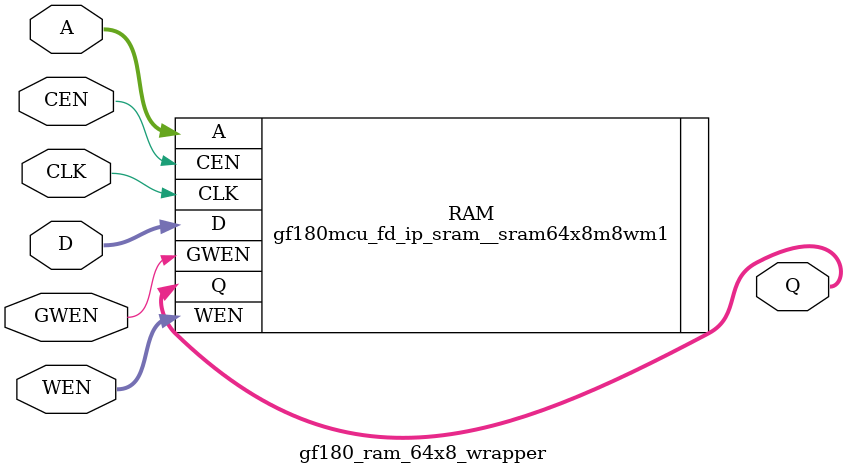
<source format=v>
module gf180_ram_64x8_wrapper (CEN,
    CLK,
    GWEN,
    A,
    D,
    Q,
    WEN);
 input CEN;
 input CLK;
 input GWEN;
 input [5:0] A;
 input [7:0] D;
 output [7:0] Q;
 input [7:0] WEN;


 gf180mcu_fd_ip_sram__sram64x8m8wm1 RAM (.CEN(CEN),
    .CLK(CLK),
    .GWEN(GWEN),
    .A({A[5],
    A[4],
    A[3],
    A[2],
    A[1],
    A[0]}),
    .D({D[7],
    D[6],
    D[5],
    D[4],
    D[3],
    D[2],
    D[1],
    D[0]}),
    .Q({Q[7],
    Q[6],
    Q[5],
    Q[4],
    Q[3],
    Q[2],
    Q[1],
    Q[0]}),
    .WEN({WEN[7],
    WEN[6],
    WEN[5],
    WEN[4],
    WEN[3],
    WEN[2],
    WEN[1],
    WEN[0]}));
endmodule


</source>
